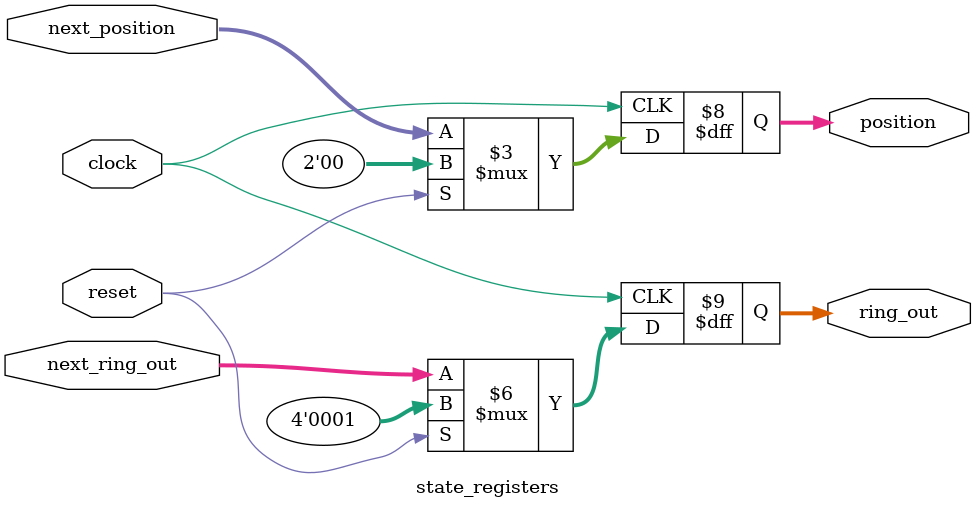
<source format=sv>

module counting_ring_counter(
    input  wire       clock,
    input  wire       reset,
    output wire [3:0] ring_out,
    output wire [1:0] position
);
    // 内部连线，用于连接子模块
    wire [1:0] next_position;
    wire [3:0] next_ring_out;
    
    // 组合逻辑子模块
    position_calculator u_position_calc(
        .current_position(position),
        .next_position(next_position)
    );
    
    ring_shifter u_ring_shift(
        .current_ring_out(ring_out),
        .next_ring_out(next_ring_out)
    );
    
    // 寄存器子模块
    state_registers u_registers(
        .clock(clock),
        .reset(reset),
        .next_position(next_position),
        .next_ring_out(next_ring_out),
        .position(position),
        .ring_out(ring_out)
    );
endmodule

// 位置计算子模块，负责计算下一个位置
module position_calculator(
    input  wire [1:0] current_position,
    output wire [1:0] next_position
);
    assign next_position = current_position + 1'b1;
endmodule

// 环形移位子模块，负责计算下一个环形输出
module ring_shifter(
    input  wire [3:0] current_ring_out,
    output wire [3:0] next_ring_out
);
    assign next_ring_out = {current_ring_out[2:0], current_ring_out[3]};
endmodule

// 寄存器子模块，负责存储状态
module state_registers(
    input  wire       clock,
    input  wire       reset,
    input  wire [1:0] next_position,
    input  wire [3:0] next_ring_out,
    output reg  [1:0] position,
    output reg  [3:0] ring_out
);
    // 时序逻辑部分
    always @(posedge clock) begin
        if (reset) begin
            ring_out <= 4'b0001;
            position <= 2'b00;
        end
        else begin
            ring_out <= next_ring_out;
            position <= next_position;
        end
    end
endmodule
</source>
